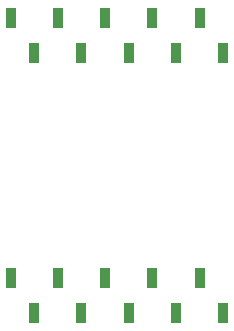
<source format=gbr>
G04 EAGLE Gerber X2 export*
%TF.Part,Single*%
%TF.FileFunction,Paste,Bot*%
%TF.FilePolarity,Positive*%
%TF.GenerationSoftware,Autodesk,EAGLE,9.1.3*%
%TF.CreationDate,2018-09-23T19:11:10Z*%
G75*
%MOMM*%
%FSLAX34Y34*%
%LPD*%
%AMOC8*
5,1,8,0,0,1.08239X$1,22.5*%
G01*
%ADD10R,0.850000X1.700000*%


D10*
X81432Y368586D03*
X101432Y338586D03*
X121432Y368586D03*
X141432Y338586D03*
X161432Y368586D03*
X181432Y338586D03*
X201432Y368586D03*
X221432Y338586D03*
X241432Y368586D03*
X261432Y338586D03*
X261432Y118586D03*
X241432Y148586D03*
X221432Y118586D03*
X201432Y148586D03*
X181432Y118586D03*
X161432Y148586D03*
X141432Y118586D03*
X121432Y148586D03*
X101432Y118586D03*
X81432Y148586D03*
M02*

</source>
